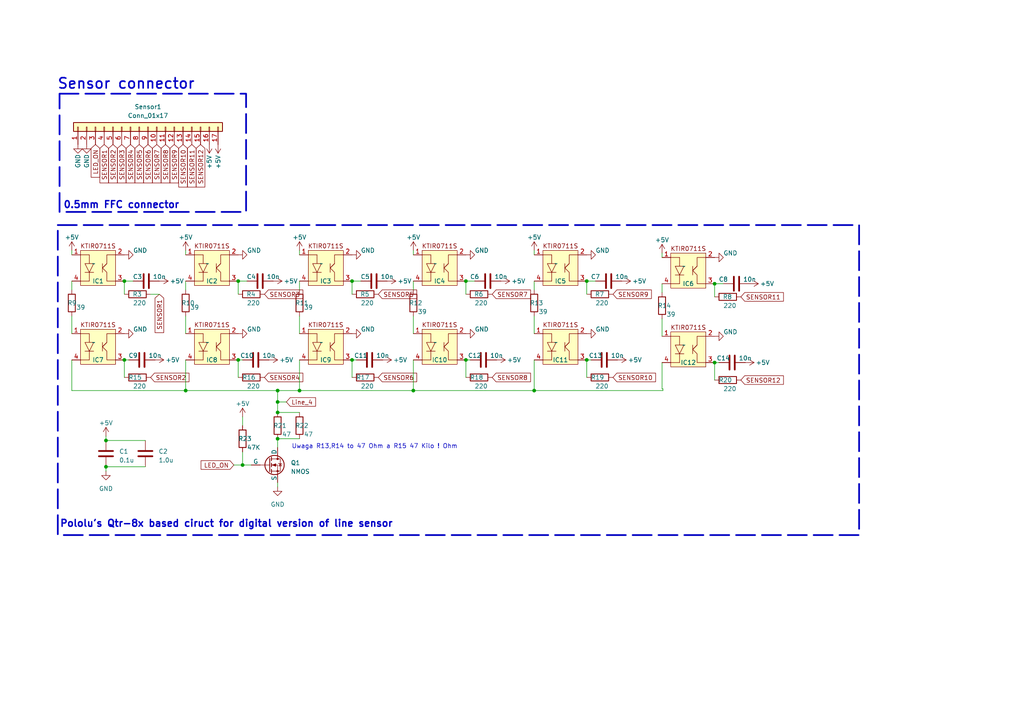
<source format=kicad_sch>
(kicad_sch (version 20231120) (generator "eeschema") (generator_version "8.0")
  (paper "A4")
  (lib_symbols
    (symbol "Connector_Generic:Conn_01x17" (pin_names (offset 1.016) hide)
      (property "Reference" "J" (at 0 22.86 0))
      (property "Value" "Conn_01x17" (at 0 -22.86 0))
      (symbol "Conn_01x17_1_1"
        (rectangle (start -1.27 -20.193) (end 0 -20.447) (stroke (width 0.1524)))
        (rectangle (start -1.27 -17.653) (end 0 -17.907) (stroke (width 0.1524)))
        (rectangle (start -1.27 -15.113) (end 0 -15.367) (stroke (width 0.1524)))
        (rectangle (start -1.27 -12.573) (end 0 -12.827) (stroke (width 0.1524)))
        (rectangle (start -1.27 -10.033) (end 0 -10.287) (stroke (width 0.1524)))
        (rectangle (start -1.27 -7.493) (end 0 -7.747) (stroke (width 0.1524)))
        (rectangle (start -1.27 -4.953) (end 0 -5.207) (stroke (width 0.1524)))
        (rectangle (start -1.27 -2.413) (end 0 -2.667) (stroke (width 0.1524)))
        (rectangle (start -1.27 0.127) (end 0 -0.127) (stroke (width 0.1524)))
        (rectangle (start -1.27 2.667) (end 0 2.413) (stroke (width 0.1524)))
        (rectangle (start -1.27 5.207) (end 0 4.953) (stroke (width 0.1524)))
        (rectangle (start -1.27 7.747) (end 0 7.493) (stroke (width 0.1524)))
        (rectangle (start -1.27 10.287) (end 0 10.033) (stroke (width 0.1524)))
        (rectangle (start -1.27 12.827) (end 0 12.573) (stroke (width 0.1524)))
        (rectangle (start -1.27 15.367) (end 0 15.113) (stroke (width 0.1524)))
        (rectangle (start -1.27 17.907) (end 0 17.653) (stroke (width 0.1524)))
        (rectangle (start -1.27 20.447) (end 0 20.193) (stroke (width 0.1524)))
        (rectangle (start -1.27 21.59) (end 1.27 -21.59) (stroke (width 0.254)) (fill (type background)))
        (pin passive line (at -5.08 20.32 0) (length 3.81) (name "Pin_1") (number "1"))
        (pin passive line (at -5.08 -2.54 0) (length 3.81) (name "Pin_10") (number "10"))
        (pin passive line (at -5.08 -5.08 0) (length 3.81) (name "Pin_11") (number "11"))
        (pin passive line (at -5.08 -7.62 0) (length 3.81) (name "Pin_12") (number "12"))
        (pin passive line (at -5.08 -10.16 0) (length 3.81) (name "Pin_13") (number "13"))
        (pin passive line (at -5.08 -12.7 0) (length 3.81) (name "Pin_14") (number "14"))
        (pin passive line (at -5.08 -15.24 0) (length 3.81) (name "Pin_15") (number "15"))
        (pin passive line (at -5.08 -17.78 0) (length 3.81) (name "Pin_16") (number "16"))
        (pin passive line (at -5.08 -20.32 0) (length 3.81) (name "Pin_17") (number "17"))
        (pin passive line (at -5.08 17.78 0) (length 3.81) (name "Pin_2") (number "2"))
        (pin passive line (at -5.08 15.24 0) (length 3.81) (name "Pin_3") (number "3"))
        (pin passive line (at -5.08 12.7 0) (length 3.81) (name "Pin_4") (number "4"))
        (pin passive line (at -5.08 10.16 0) (length 3.81) (name "Pin_5") (number "5"))
        (pin passive line (at -5.08 7.62 0) (length 3.81) (name "Pin_6") (number "6"))
        (pin passive line (at -5.08 5.08 0) (length 3.81) (name "Pin_7") (number "7"))
        (pin passive line (at -5.08 2.54 0) (length 3.81) (name "Pin_8") (number "8"))
        (pin passive line (at -5.08 0 0) (length 3.81) (name "Pin_9") (number "9"))
      )
    )
    (symbol "Device:C" (pin_numbers hide) (pin_names (offset 0.254))
      (property "Reference" "C" (at 0.635 2.54 0))
      (property "Value" "C" (at 0.635 -2.54 0))
      (symbol "C_0_1"
        (polyline (pts (xy -2.032 -0.762) (xy 2.032 -0.762)) (stroke (width 0.508)))
        (polyline (pts (xy -2.032 0.762) (xy 2.032 0.762)) (stroke (width 0.508)))
      )
      (symbol "C_1_1"
        (pin passive line (at 0 3.81 270) (length 2.794) (name "~") (number "1"))
        (pin passive line (at 0 -3.81 90) (length 2.794) (name "~") (number "2"))
      )
    )
    (symbol "Device:R" (pin_numbers hide) (pin_names (offset 0))
      (property "Reference" "R" (at 2.032 0 90))
      (property "Value" "R" (at 0 0 90))
      (symbol "R_0_1"
        (rectangle (start -1.016 -2.54) (end 1.016 2.54) (stroke (width 0.254)))
      )
      (symbol "R_1_1"
        (pin passive line (at 0 3.81 270) (length 1.27) (name "~") (number "1"))
        (pin passive line (at 0 -3.81 90) (length 1.27) (name "~") (number "2"))
      )
    )
    (symbol "Sensor_KTIR0711S:KTIR0711S"
      (property "Reference" "IC" (at 1.27 2.54 0))
      (symbol "KTIR0711S_1_1"
        (rectangle (start -3.81 3.81) (end 6.35 -6.35) (fill (type background)))
        (polyline (pts (xy -3.81 -5.08) (xy -1.27 -5.08)))
        (polyline (pts (xy -3.81 2.54) (xy -1.27 2.54)))
        (polyline (pts (xy 2.54 -1.27) (xy 2.54 0) (xy 2.54 -2.54) (xy 2.54 -1.27) (xy 3.81 0)))
        (polyline (pts (xy 6.35 -5.08) (xy 3.81 -5.08) (xy 3.81 -2.54) (xy 2.54 -1.27) (xy 3.81 0) (xy 3.81 2.54) (xy 6.35 2.54)))
        (polyline (pts (xy -1.27 2.54) (xy -1.27 0) (xy -2.54 0) (xy 0 0) (xy -1.27 -2.54) (xy -2.54 0) (xy -1.27 -2.54) (xy -2.54 -2.54) (xy 0 -2.54) (xy -1.27 -2.54) (xy -1.27 -5.08)))
        (text "KTIR0711S" (at 1.27 5.08 0) (effects (font (size 1.27 1.27))))
        (pin input line (at -6.35 2.54 0) (length 2.54) (name "") (number "1"))
        (pin input line (at 8.89 2.54 180) (length 2.54) (name "") (number "2"))
        (pin input line (at 8.89 -5.08 180) (length 2.54) (name "") (number "3"))
        (pin input line (at -6.35 -5.08 0) (length 2.54) (name "") (number "4"))
      )
    )
    (symbol "Simulation_SPICE:NMOS" (pin_numbers hide) (pin_names (offset 0))
      (property "Reference" "Q" (at 5.08 1.27 0))
      (property "Value" "NMOS" (at 5.08 -1.27 0))
      (symbol "NMOS_0_1"
        (polyline (pts (xy 0.254 0) (xy -2.54 0)))
        (polyline (pts (xy 0.254 1.905) (xy 0.254 -1.905)) (stroke (width 0.254)))
        (polyline (pts (xy 0.762 -1.27) (xy 0.762 -2.286)) (stroke (width 0.254)))
        (polyline (pts (xy 0.762 0.508) (xy 0.762 -0.508)) (stroke (width 0.254)))
        (polyline (pts (xy 0.762 2.286) (xy 0.762 1.27)) (stroke (width 0.254)))
        (polyline (pts (xy 2.54 2.54) (xy 2.54 1.778)))
        (polyline (pts (xy 2.54 -2.54) (xy 2.54 0) (xy 0.762 0)))
        (polyline (pts (xy 0.762 -1.778) (xy 3.302 -1.778) (xy 3.302 1.778) (xy 0.762 1.778)))
        (polyline (pts (xy 1.016 0) (xy 2.032 0.381) (xy 2.032 -0.381) (xy 1.016 0)) (fill (type outline)))
        (polyline (pts (xy 2.794 0.508) (xy 2.921 0.381) (xy 3.683 0.381) (xy 3.81 0.254)))
        (polyline (pts (xy 3.302 0.381) (xy 2.921 -0.254) (xy 3.683 -0.254) (xy 3.302 0.381)))
        (circle (center 1.651 0) (radius 2.794) (stroke (width 0.254)))
        (circle (center 2.54 -1.778) (radius 0.254) (fill (type outline)))
        (circle (center 2.54 1.778) (radius 0.254) (fill (type outline)))
      )
      (symbol "NMOS_1_1"
        (pin passive line (at 2.54 5.08 270) (length 2.54) (name "D") (number "1"))
        (pin input line (at -5.08 0 0) (length 2.54) (name "G") (number "2"))
        (pin passive line (at 2.54 -5.08 90) (length 2.54) (name "S") (number "3"))
      )
    )
    (symbol "power:+5V" (power) (pin_names (offset 0))
      (property "Value" "+5V" (at 0 3.556 0))
      (symbol "+5V_0_1"
        (polyline (pts (xy -0.762 1.27) (xy 0 2.54)))
        (polyline (pts (xy 0 0) (xy 0 2.54)))
        (polyline (pts (xy 0 2.54) (xy 0.762 1.27)))
      )
      (symbol "+5V_1_1"
        (pin power_in line (at 0 0 90) (length 0) hide (name "+5V") (number "1"))
      )
    )
    (symbol "power:GND" (power) (pin_names (offset 0))
      (property "Value" "GND" (at 0 -3.81 0))
      (symbol "GND_0_1"
        (polyline (pts (xy 0 0) (xy 0 -1.27) (xy 1.27 -1.27) (xy 0 -2.54) (xy -1.27 -1.27) (xy 0 -1.27)))
      )
      (symbol "GND_1_1"
        (pin power_in line (at 0 0 270) (length 0) hide (name "GND") (number "1"))
      )
    )
  )
  (junction (at 135.128 81.534))
  (junction (at 170.18 81.534))
  (junction (at 135.128 104.394))
  (junction (at 80.518 113.284))
  (junction (at 80.518 119.634))
  (junction (at 119.888 113.284))
  (junction (at 154.94 113.284))
  (junction (at 207.264 105.156))
  (junction (at 102.108 104.394))
  (junction (at 170.18 104.394))
  (junction (at 69.088 104.394))
  (junction (at 36.068 104.394))
  (junction (at 53.848 113.284))
  (junction (at 80.518 116.586))
  (junction (at 207.264 82.296))
  (junction (at 30.734 127.762))
  (junction (at 86.868 113.284))
  (junction (at 80.518 127.254))
  (junction (at 70.358 134.874))
  (junction (at 30.734 135.382))
  (junction (at 69.088 81.534))
  (junction (at 36.068 81.534))
  (junction (at 102.108 81.534))
  (wire (pts (xy 20.828 104.394) (xy 20.828 113.284)))
  (wire (pts (xy 86.868 91.694) (xy 86.868 96.774)))
  (wire (pts (xy 119.888 72.644) (xy 119.888 73.914)))
  (wire (pts (xy 80.518 127.254) (xy 80.518 129.794)))
  (wire (pts (xy 37.338 104.394) (xy 36.068 104.394)))
  (wire (pts (xy 102.108 109.474) (xy 102.108 104.394)))
  (wire (pts (xy 53.848 81.534) (xy 53.848 84.074)))
  (wire (pts (xy 53.848 72.644) (xy 53.848 73.914)))
  (wire (pts (xy 30.734 135.382) (xy 30.734 136.652)))
  (wire (pts (xy 30.734 127.762) (xy 42.164 127.762)))
  (wire (pts (xy 208.534 105.156) (xy 207.264 105.156)))
  (wire (pts (xy 53.848 91.694) (xy 53.848 96.774)))
  (wire (pts (xy 154.94 91.694) (xy 154.94 96.774)))
  (wire (pts (xy 20.828 91.694) (xy 20.828 96.774)))
  (wire (pts (xy 70.358 104.394) (xy 69.088 104.394)))
  (wire (pts (xy 20.828 72.644) (xy 20.828 73.914)))
  (wire (pts (xy 170.18 81.534) (xy 172.72 81.534)))
  (wire (pts (xy 119.888 81.534) (xy 119.888 84.074)))
  (wire (pts (xy 53.848 113.284) (xy 80.518 113.284)))
  (wire (pts (xy 70.358 131.064) (xy 70.358 134.874)))
  (wire (pts (xy 80.518 141.224) (xy 80.518 139.954)))
  (wire (pts (xy 80.518 127.254) (xy 86.868 127.254)))
  (wire (pts (xy 80.518 113.284) (xy 80.518 116.586)))
  (wire (pts (xy 36.068 109.474) (xy 36.068 104.394)))
  (wire (pts (xy 192.278 112.776) (xy 192.024 112.776)))
  (wire (pts (xy 80.518 119.634) (xy 86.868 119.634)))
  (wire (pts (xy 86.868 81.534) (xy 86.868 84.074)))
  (wire (pts (xy 80.518 116.586) (xy 80.518 119.634)))
  (wire (pts (xy 154.94 72.644) (xy 154.94 73.914)))
  (wire (pts (xy 154.94 104.394) (xy 154.94 113.284)))
  (wire (pts (xy 135.128 81.534) (xy 137.668 81.534)))
  (wire (pts (xy 20.828 113.284) (xy 53.848 113.284)))
  (wire (pts (xy 86.868 113.284) (xy 80.518 113.284)))
  (wire (pts (xy 192.024 105.156) (xy 192.024 112.776)))
  (wire (pts (xy 119.888 113.284) (xy 154.94 113.284)))
  (wire (pts (xy 69.088 81.534) (xy 71.628 81.534)))
  (wire (pts (xy 30.734 135.382) (xy 42.164 135.382)))
  (wire (pts (xy 135.128 109.474) (xy 135.128 104.394)))
  (wire (pts (xy 86.868 72.644) (xy 86.868 73.914)))
  (wire (pts (xy 53.848 104.394) (xy 53.848 113.284)))
  (wire (pts (xy 135.128 85.344) (xy 135.128 81.534)))
  (wire (pts (xy 69.088 85.344) (xy 69.088 81.534)))
  (wire (pts (xy 119.888 113.284) (xy 86.868 113.284)))
  (wire (pts (xy 102.108 81.534) (xy 104.648 81.534)))
  (wire (pts (xy 67.818 134.874) (xy 70.358 134.874)))
  (wire (pts (xy 154.94 113.284) (xy 192.278 113.284)))
  (wire (pts (xy 103.378 104.394) (xy 102.108 104.394)))
  (wire (pts (xy 30.734 126.492) (xy 30.734 127.762)))
  (wire (pts (xy 192.024 82.296) (xy 192.024 84.836)))
  (wire (pts (xy 170.18 85.344) (xy 170.18 81.534)))
  (wire (pts (xy 171.45 104.394) (xy 170.18 104.394)))
  (wire (pts (xy 83.058 116.586) (xy 80.518 116.586)))
  (wire (pts (xy 154.94 81.534) (xy 154.94 84.074)))
  (wire (pts (xy 36.068 81.534) (xy 38.608 81.534)))
  (wire (pts (xy 102.108 85.344) (xy 102.108 81.534)))
  (wire (pts (xy 119.888 104.394) (xy 119.888 113.284)))
  (wire (pts (xy 46.228 85.344) (xy 43.688 85.344)))
  (wire (pts (xy 136.398 104.394) (xy 135.128 104.394)))
  (wire (pts (xy 70.358 120.904) (xy 70.358 123.444)))
  (wire (pts (xy 192.024 92.456) (xy 192.024 97.536)))
  (wire (pts (xy 192.278 112.776) (xy 192.278 113.284)))
  (wire (pts (xy 207.264 82.296) (xy 209.804 82.296)))
  (wire (pts (xy 207.264 86.106) (xy 207.264 82.296)))
  (wire (pts (xy 20.828 81.534) (xy 20.828 84.074)))
  (wire (pts (xy 170.18 109.474) (xy 170.18 104.394)))
  (wire (pts (xy 69.088 109.474) (xy 69.088 104.394)))
  (wire (pts (xy 192.024 73.406) (xy 192.024 74.676)))
  (wire (pts (xy 207.264 110.236) (xy 207.264 105.156)))
  (wire (pts (xy 70.358 134.874) (xy 72.898 134.874)))
  (wire (pts (xy 86.868 104.394) (xy 86.868 113.284)))
  (wire (pts (xy 36.068 85.344) (xy 36.068 81.534)))
  (wire (pts (xy 119.888 91.694) (xy 119.888 96.774)))
  (rectangle (start 16.764 65.278) (end 249.174 155.194) (stroke (width 0.5) (type dash)))
  (rectangle (start 17.272 27.178) (end 71.374 61.468) (stroke (width 0.5) (type dash)))
  (text "Uwaga R13,R14 to 47 Ohm a R15 47 Kilo ! Ohm" (at 84.582 130.302 0) (effects (font (size 1.27 1.27)) (justify left bottom)))
  (text "Pololu's Qtr-8x based ciruct for digital version of line sensor" (at 17.272 153.162 0) (effects (font (size 2 2) (thickness 0.4) (bold yes)) (justify left bottom)))
  (text "0.5mm FFC connector\n" (at 18.288 60.706 0) (effects (font (size 2 2) (thickness 0.4) (bold yes)) (justify left bottom)))
  (text "Sensor connector" (at 16.51 26.162 0) (effects (font (size 3 3) (thickness 0.454) (bold yes)) (justify left bottom)))
  (global_label "SENSOR12" (shape input) (at 58.166 41.91 270) (property "Intersheetrefs" "${INTERSHEET_REFS}" (effects (hide yes))))
  (global_label "SENSOR6" (shape input) (at 42.926 41.91 270) (property "Intersheetrefs" "${INTERSHEET_REFS}" (effects (hide yes))))
  (global_label "SENSOR7" (shape input) (at 142.748 85.344 0) (property "Intersheetrefs" "${INTERSHEET_REFS}" (effects (hide yes))))
  (global_label "SENSOR9" (shape input) (at 50.546 41.91 270) (property "Intersheetrefs" "${INTERSHEET_REFS}" (effects (hide yes))))
  (global_label "SENSOR8" (shape input) (at 142.748 109.474 0) (property "Intersheetrefs" "${INTERSHEET_REFS}" (effects (hide yes))))
  (global_label "SENSOR2" (shape input) (at 43.688 109.474 0) (property "Intersheetrefs" "${INTERSHEET_REFS}" (effects (hide yes))))
  (global_label "SENSOR10" (shape input) (at 53.086 41.91 270) (property "Intersheetrefs" "${INTERSHEET_REFS}" (effects (hide yes))))
  (global_label "SENSOR3" (shape input) (at 76.708 85.344 0) (property "Intersheetrefs" "${INTERSHEET_REFS}" (effects (hide yes))))
  (global_label "SENSOR6" (shape input) (at 109.728 109.474 0) (property "Intersheetrefs" "${INTERSHEET_REFS}" (effects (hide yes))))
  (global_label "SENSOR2" (shape input) (at 32.766 41.91 270) (property "Intersheetrefs" "${INTERSHEET_REFS}" (effects (hide yes))))
  (global_label "Line_4" (shape input) (at 83.058 116.586 0) (property "Intersheetrefs" "${INTERSHEET_REFS}" (effects (hide yes))))
  (global_label "LED_ON" (shape input) (at 27.686 41.91 270) (property "Intersheetrefs" "${INTERSHEET_REFS}" (effects (hide yes))))
  (global_label "SENSOR11" (shape input) (at 214.884 86.106 0) (property "Intersheetrefs" "${INTERSHEET_REFS}" (effects (hide yes))))
  (global_label "SENSOR5" (shape input) (at 109.728 85.344 0) (property "Intersheetrefs" "${INTERSHEET_REFS}" (effects (hide yes))))
  (global_label "SENSOR12" (shape input) (at 214.884 110.236 0) (property "Intersheetrefs" "${INTERSHEET_REFS}" (effects (hide yes))))
  (global_label "SENSOR5" (shape input) (at 40.386 41.91 270) (property "Intersheetrefs" "${INTERSHEET_REFS}" (effects (hide yes))))
  (global_label "SENSOR4" (shape input) (at 37.846 41.91 270) (property "Intersheetrefs" "${INTERSHEET_REFS}" (effects (hide yes))))
  (global_label "SENSOR3" (shape input) (at 35.306 41.91 270) (property "Intersheetrefs" "${INTERSHEET_REFS}" (effects (hide yes))))
  (global_label "SENSOR1" (shape input) (at 46.228 85.344 270) (property "Intersheetrefs" "${INTERSHEET_REFS}" (effects (hide yes))))
  (global_label "SENSOR7" (shape input) (at 45.466 41.91 270) (property "Intersheetrefs" "${INTERSHEET_REFS}" (effects (hide yes))))
  (global_label "SENSOR10" (shape input) (at 177.8 109.474 0) (property "Intersheetrefs" "${INTERSHEET_REFS}" (effects (hide yes))))
  (global_label "SENSOR1" (shape input) (at 30.226 41.91 270) (property "Intersheetrefs" "${INTERSHEET_REFS}" (effects (hide yes))))
  (global_label "SENSOR8" (shape input) (at 48.006 41.91 270) (property "Intersheetrefs" "${INTERSHEET_REFS}" (effects (hide yes))))
  (global_label "LED_ON" (shape input) (at 67.818 134.874 180) (property "Intersheetrefs" "${INTERSHEET_REFS}" (effects (hide yes))))
  (global_label "SENSOR4" (shape input) (at 76.708 109.474 0) (property "Intersheetrefs" "${INTERSHEET_REFS}" (effects (hide yes))))
  (global_label "SENSOR9" (shape input) (at 177.8 85.344 0) (property "Intersheetrefs" "${INTERSHEET_REFS}" (effects (hide yes))))
  (global_label "SENSOR11" (shape input) (at 55.626 41.91 270) (property "Intersheetrefs" "${INTERSHEET_REFS}" (effects (hide yes))))
  (symbol (lib_id "power:+5V") (at 77.978 104.394 270) (unit 1)
    (property "Reference" "#PWR030" (effects (hide yes)))
    (property "Value" "+5V" (at 83.058 104.394 90))
  )
  (symbol (lib_id "Sensor_KTIR0711S:KTIR0711S") (at 27.178 76.454 0) (unit 1)
    (property "Reference" "IC1" (at 28.448 81.534 0))
    (property "Value" "~" (at 27.178 76.454 0))
    (property "Footprint" "Sensor_Optical:KTIR0711S" (effects (hide yes)))
  )
  (symbol (lib_id "power:+5V") (at 110.998 104.394 270) (unit 1)
    (property "Reference" "#PWR031" (effects (hide yes)))
    (property "Value" "+5V" (at 116.078 104.394 90))
  )
  (symbol (lib_id "power:GND") (at 22.606 41.91 0) (unit 1)
    (property "Reference" "#PWR040" (effects (hide yes)))
    (property "Value" "GND" (at 22.606 46.736 90))
  )
  (symbol (lib_id "power:GND") (at 80.518 141.224 0) (unit 1)
    (property "Reference" "#PWR036" (effects (hide yes)))
    (property "Value" "GND" (at 80.518 146.304 0))
  )
  (symbol (lib_id "Device:R") (at 173.99 85.344 90) (unit 1)
    (property "Reference" "R7" (at 175.26 85.344 90) (effects (justify left)))
    (property "Value" "220" (at 176.53 87.884 90) (effects (justify left)))
    (property "Footprint" "Resistor_SMD:R_0603_1608Metric" (effects (hide yes)))
  )
  (symbol (lib_id "power:GND") (at 170.18 73.914 90) (unit 1)
    (property "Reference" "#PWR015" (effects (hide yes)))
    (property "Value" "GND" (at 172.72 72.644 90) (effects (justify right)))
  )
  (symbol (lib_id "Device:R") (at 80.518 123.444 0) (unit 1)
    (property "Reference" "R21" (at 79.248 123.444 0) (effects (justify left)))
    (property "Value" "47" (at 81.788 125.984 0) (effects (justify left)))
    (property "Footprint" "Resistor_SMD:R_0603_1608Metric" (effects (hide yes)))
  )
  (symbol (lib_id "power:GND") (at 69.088 73.914 90) (unit 1)
    (property "Reference" "#PWR012" (effects (hide yes)))
    (property "Value" "GND" (at 71.628 72.644 90) (effects (justify right)))
  )
  (symbol (lib_id "Device:C") (at 30.734 131.572 0) (unit 1)
    (property "Reference" "C1" (at 34.544 130.937 0) (effects (justify left)))
    (property "Value" "0.1u" (at 34.544 133.477 0) (effects (justify left)))
    (property "Footprint" "Capacitor_SMD:C_0603_1608Metric" (effects (hide yes)))
  )
  (symbol (lib_id "Device:R") (at 70.358 127.254 0) (unit 1)
    (property "Reference" "R23" (at 69.088 127.254 0) (effects (justify left)))
    (property "Value" "47K" (at 71.628 129.794 0) (effects (justify left)))
    (property "Footprint" "Resistor_SMD:R_0603_1608Metric" (effects (hide yes)))
  )
  (symbol (lib_id "power:GND") (at 36.068 73.914 90) (unit 1)
    (property "Reference" "#PWR011" (effects (hide yes)))
    (property "Value" "GND" (at 38.608 72.644 90) (effects (justify right)))
  )
  (symbol (lib_id "Sensor_KTIR0711S:KTIR0711S") (at 93.218 99.314 0) (unit 1)
    (property "Reference" "IC9" (at 94.488 104.394 0))
    (property "Value" "~" (at 93.218 99.314 0))
    (property "Footprint" "Sensor_Optical:KTIR0711S" (effects (hide yes)))
  )
  (symbol (lib_id "Device:C") (at 41.148 104.394 90) (unit 1)
    (property "Reference" "C9" (at 38.608 103.124 90))
    (property "Value" "10n" (at 44.958 103.124 90))
    (property "Footprint" "Capacitor_SMD:C_0603_1608Metric" (effects (hide yes)))
  )
  (symbol (lib_id "Device:C") (at 212.344 105.156 90) (unit 1)
    (property "Reference" "C14" (at 209.804 103.886 90))
    (property "Value" "10n" (at 216.154 103.886 90))
    (property "Footprint" "Capacitor_SMD:C_0603_1608Metric" (effects (hide yes)))
  )
  (symbol (lib_id "power:+5V") (at 53.848 72.644 0) (unit 1)
    (property "Reference" "#PWR06" (effects (hide yes)))
    (property "Value" "+5V" (at 53.848 68.834 0))
  )
  (symbol (lib_id "Device:C") (at 175.26 104.394 90) (unit 1)
    (property "Reference" "C13" (at 172.72 103.124 90))
    (property "Value" "10n" (at 179.07 103.124 90))
    (property "Footprint" "Capacitor_SMD:C_0603_1608Metric" (effects (hide yes)))
  )
  (symbol (lib_id "power:GND") (at 135.128 96.774 90) (unit 1)
    (property "Reference" "#PWR026" (effects (hide yes)))
    (property "Value" "GND" (at 137.668 95.504 90) (effects (justify right)))
  )
  (symbol (lib_id "Device:R") (at 138.938 85.344 90) (unit 1)
    (property "Reference" "R6" (at 140.208 85.344 90) (effects (justify left)))
    (property "Value" "220" (at 141.478 87.884 90) (effects (justify left)))
    (property "Footprint" "Resistor_SMD:R_0603_1608Metric" (effects (hide yes)))
  )
  (symbol (lib_id "power:GND") (at 25.146 41.91 0) (unit 1)
    (property "Reference" "#PWR039" (effects (hide yes)))
    (property "Value" "GND" (at 25.146 46.736 90))
  )
  (symbol (lib_id "Sensor_KTIR0711S:KTIR0711S") (at 27.178 99.314 0) (unit 1)
    (property "Reference" "IC7" (at 28.448 104.394 0))
    (property "Value" "~" (at 27.178 99.314 0))
    (property "Footprint" "Sensor_Optical:KTIR0711S" (effects (hide yes)))
  )
  (symbol (lib_id "Sensor_KTIR0711S:KTIR0711S") (at 198.374 100.076 0) (unit 1)
    (property "Reference" "IC12" (at 199.644 105.156 0))
    (property "Value" "~" (at 198.374 100.076 0))
    (property "Footprint" "Sensor_Optical:KTIR0711S" (effects (hide yes)))
  )
  (symbol (lib_id "Device:C") (at 42.418 81.534 90) (unit 1)
    (property "Reference" "C3" (at 39.878 80.264 90))
    (property "Value" "10n" (at 46.228 80.264 90))
    (property "Footprint" "Capacitor_SMD:C_0603_1608Metric" (effects (hide yes)))
  )
  (symbol (lib_id "power:+5V") (at 86.868 72.644 0) (unit 1)
    (property "Reference" "#PWR07" (effects (hide yes)))
    (property "Value" "+5V" (at 86.868 68.834 0))
  )
  (symbol (lib_id "Connector_Generic:Conn_01x17") (at 42.926 36.83 90) (unit 1)
    (property "Reference" "Sensor1" (at 42.926 30.988 90))
    (property "Value" "Conn_01x17" (at 42.926 33.528 90))
    (property "Footprint" "Connector_FFC-FPC:Hirose_FH12-17S-0.5SH_1x17-1MP_P0.50mm_Horizontal" (effects (hide yes)))
    (property "Description" "Generic connector, single row, 01x17, script generated (kicad-library-utils/schlib/autogen/connector/)" (effects (hide yes)))
  )
  (symbol (lib_id "power:+5V") (at 44.958 104.394 270) (unit 1)
    (property "Reference" "#PWR029" (effects (hide yes)))
    (property "Value" "+5V" (at 50.038 104.394 90))
  )
  (symbol (lib_id "power:GND") (at 207.264 97.536 90) (unit 1)
    (property "Reference" "#PWR028" (effects (hide yes)))
    (property "Value" "GND" (at 209.804 96.266 90) (effects (justify right)))
  )
  (symbol (lib_id "power:+5V") (at 79.248 81.534 270) (unit 1)
    (property "Reference" "#PWR018" (effects (hide yes)))
    (property "Value" "+5V" (at 84.328 81.534 90))
  )
  (symbol (lib_id "power:+5V") (at 145.288 81.534 270) (unit 1)
    (property "Reference" "#PWR020" (effects (hide yes)))
    (property "Value" "+5V" (at 150.368 81.534 90))
  )
  (symbol (lib_id "power:+5V") (at 112.268 81.534 270) (unit 1)
    (property "Reference" "#PWR019" (effects (hide yes)))
    (property "Value" "+5V" (at 117.348 81.534 90))
  )
  (symbol (lib_id "power:+5V") (at 179.07 104.394 270) (unit 1)
    (property "Reference" "#PWR033" (effects (hide yes)))
    (property "Value" "+5V" (at 184.15 104.394 90))
  )
  (symbol (lib_id "power:+5V") (at 30.734 126.492 0) (unit 1)
    (property "Reference" "#PWR01" (effects (hide yes)))
    (property "Value" "+5V" (at 30.734 122.682 0))
  )
  (symbol (lib_id "Device:R") (at 211.074 110.236 90) (unit 1)
    (property "Reference" "R20" (at 212.344 110.236 90) (effects (justify left)))
    (property "Value" "220" (at 213.614 112.776 90) (effects (justify left)))
    (property "Footprint" "Resistor_SMD:R_0603_1608Metric" (effects (hide yes)))
  )
  (symbol (lib_id "Device:R") (at 20.828 87.884 0) (unit 1)
    (property "Reference" "R9" (at 19.558 87.884 0) (effects (justify left)))
    (property "Value" "39" (at 22.098 89.154 0) (effects (justify left)))
    (property "Footprint" "Resistor_SMD:R_0603_1608Metric" (effects (hide yes)))
  )
  (symbol (lib_id "Simulation_SPICE:NMOS") (at 77.978 134.874 0) (unit 1)
    (property "Reference" "Q1" (at 84.328 134.239 0) (effects (justify left)))
    (property "Value" "NMOS" (at 84.328 136.779 0) (effects (justify left)))
    (property "Footprint" "NMOS_new:NMOS_SN" (effects (hide yes)))
    (property "Datasheet" "https://ngspice.sourceforge.io/docs/ngspice-manual.pdf" (effects (hide yes)))
    (property "Sim.Device" "NMOS" (effects (hide yes)))
    (property "Sim.Type" "VDMOS" (effects (hide yes)))
    (property "Sim.Pins" "1=G 2=S 3=D" (effects (hide yes)))
  )
  (symbol (lib_id "Device:R") (at 154.94 87.884 0) (unit 1)
    (property "Reference" "R13" (at 153.67 87.884 0) (effects (justify left)))
    (property "Value" "39" (at 156.21 90.424 0) (effects (justify left)))
    (property "Footprint" "Resistor_SMD:R_0603_1608Metric" (effects (hide yes)))
  )
  (symbol (lib_id "power:GND") (at 30.734 136.652 0) (unit 1)
    (property "Reference" "#PWR02" (effects (hide yes)))
    (property "Value" "GND" (at 30.734 141.732 0))
  )
  (symbol (lib_id "Device:C") (at 75.438 81.534 90) (unit 1)
    (property "Reference" "C4" (at 72.898 80.264 90))
    (property "Value" "10n" (at 79.248 80.264 90))
    (property "Footprint" "Capacitor_SMD:C_0603_1608Metric" (effects (hide yes)))
  )
  (symbol (lib_id "Device:R") (at 105.918 109.474 90) (unit 1)
    (property "Reference" "R17" (at 107.188 109.474 90) (effects (justify left)))
    (property "Value" "220" (at 108.458 112.014 90) (effects (justify left)))
    (property "Footprint" "Resistor_SMD:R_0603_1608Metric" (effects (hide yes)))
  )
  (symbol (lib_id "Device:R") (at 72.898 109.474 90) (unit 1)
    (property "Reference" "R16" (at 74.168 109.474 90) (effects (justify left)))
    (property "Value" "220" (at 75.438 112.014 90) (effects (justify left)))
    (property "Footprint" "Resistor_SMD:R_0603_1608Metric" (effects (hide yes)))
  )
  (symbol (lib_id "power:+5V") (at 63.246 41.91 180) (unit 1)
    (property "Reference" "#PWR037" (effects (hide yes)))
    (property "Value" "+5V" (at 63.246 44.958 90) (effects (justify left)))
  )
  (symbol (lib_id "Device:C") (at 141.478 81.534 90) (unit 1)
    (property "Reference" "C6" (at 137.668 80.264 90))
    (property "Value" "10n" (at 145.288 80.264 90))
    (property "Footprint" "Capacitor_SMD:C_0603_1608Metric" (effects (hide yes)))
  )
  (symbol (lib_id "Device:R") (at 173.99 109.474 90) (unit 1)
    (property "Reference" "R19" (at 175.26 109.474 90) (effects (justify left)))
    (property "Value" "220" (at 176.53 112.014 90) (effects (justify left)))
    (property "Footprint" "Resistor_SMD:R_0603_1608Metric" (effects (hide yes)))
  )
  (symbol (lib_id "power:GND") (at 102.108 96.774 90) (unit 1)
    (property "Reference" "#PWR025" (effects (hide yes)))
    (property "Value" "GND" (at 104.648 95.504 90) (effects (justify right)))
  )
  (symbol (lib_id "Device:R") (at 192.024 88.646 0) (unit 1)
    (property "Reference" "R14" (at 190.754 88.646 0) (effects (justify left)))
    (property "Value" "39" (at 193.294 91.186 0) (effects (justify left)))
    (property "Footprint" "Resistor_SMD:R_0603_1608Metric" (effects (hide yes)))
  )
  (symbol (lib_id "Sensor_KTIR0711S:KTIR0711S") (at 60.198 99.314 0) (unit 1)
    (property "Reference" "IC8" (at 61.468 104.394 0))
    (property "Value" "~" (at 60.198 99.314 0))
    (property "Footprint" "Sensor_Optical:KTIR0711S" (effects (hide yes)))
  )
  (symbol (lib_id "Device:C") (at 74.168 104.394 90) (unit 1)
    (property "Reference" "C10" (at 71.628 103.124 90))
    (property "Value" "10n" (at 77.978 103.124 90))
    (property "Footprint" "Capacitor_SMD:C_0603_1608Metric" (effects (hide yes)))
  )
  (symbol (lib_id "power:GND") (at 170.18 96.774 90) (unit 1)
    (property "Reference" "#PWR027" (effects (hide yes)))
    (property "Value" "GND" (at 172.72 95.504 90) (effects (justify right)))
  )
  (symbol (lib_id "Sensor_KTIR0711S:KTIR0711S") (at 93.218 76.454 0) (unit 1)
    (property "Reference" "IC3" (at 94.488 81.534 0))
    (property "Value" "~" (at 93.218 76.454 0))
    (property "Footprint" "Sensor_Optical:KTIR0711S" (effects (hide yes)))
  )
  (symbol (lib_id "Sensor_KTIR0711S:KTIR0711S") (at 60.198 76.454 0) (unit 1)
    (property "Reference" "IC2" (at 61.468 81.534 0))
    (property "Value" "~" (at 60.198 76.454 0))
    (property "Footprint" "Sensor_Optical:KTIR0711S" (effects (hide yes)))
  )
  (symbol (lib_id "Sensor_KTIR0711S:KTIR0711S") (at 161.29 76.454 0) (unit 1)
    (property "Reference" "IC5" (at 162.56 81.534 0))
    (property "Value" "~" (at 161.29 76.454 0))
    (property "Footprint" "Sensor_Optical:KTIR0711S" (effects (hide yes)))
  )
  (symbol (lib_id "Device:C") (at 107.188 104.394 90) (unit 1)
    (property "Reference" "C11" (at 104.648 103.124 90))
    (property "Value" "10n" (at 110.998 103.124 90))
    (property "Footprint" "Capacitor_SMD:C_0603_1608Metric" (effects (hide yes)))
  )
  (symbol (lib_id "Device:C") (at 108.458 81.534 90) (unit 1)
    (property "Reference" "C5" (at 105.918 80.264 90))
    (property "Value" "10n" (at 112.268 80.264 90))
    (property "Footprint" "Capacitor_SMD:C_0603_1608Metric" (effects (hide yes)))
  )
  (symbol (lib_id "power:GND") (at 69.088 96.774 90) (unit 1)
    (property "Reference" "#PWR024" (effects (hide yes)))
    (property "Value" "GND" (at 71.628 95.504 90) (effects (justify right)))
  )
  (symbol (lib_id "Device:R") (at 39.878 85.344 90) (unit 1)
    (property "Reference" "R3" (at 41.148 85.344 90) (effects (justify left)))
    (property "Value" "220" (at 42.418 87.884 90) (effects (justify left)))
    (property "Footprint" "Resistor_SMD:R_0603_1608Metric" (effects (hide yes)))
  )
  (symbol (lib_id "Device:R") (at 72.898 85.344 90) (unit 1)
    (property "Reference" "R4" (at 74.168 85.344 90) (effects (justify left)))
    (property "Value" "220" (at 75.438 87.884 90) (effects (justify left)))
    (property "Footprint" "Resistor_SMD:R_0603_1608Metric" (effects (hide yes)))
  )
  (symbol (lib_id "power:+5V") (at 217.424 82.296 270) (unit 1)
    (property "Reference" "#PWR022" (effects (hide yes)))
    (property "Value" "+5V" (at 222.504 82.296 90))
  )
  (symbol (lib_id "Device:R") (at 211.074 86.106 90) (unit 1)
    (property "Reference" "R8" (at 212.344 86.106 90) (effects (justify left)))
    (property "Value" "220" (at 213.614 88.646 90) (effects (justify left)))
    (property "Footprint" "Resistor_SMD:R_0603_1608Metric" (effects (hide yes)))
  )
  (symbol (lib_id "Device:R") (at 105.918 85.344 90) (unit 1)
    (property "Reference" "R5" (at 107.188 85.344 90) (effects (justify left)))
    (property "Value" "220" (at 108.458 87.884 90) (effects (justify left)))
    (property "Footprint" "Resistor_SMD:R_0603_1608Metric" (effects (hide yes)))
  )
  (symbol (lib_id "Device:C") (at 42.164 131.572 0) (unit 1)
    (property "Reference" "C2" (at 45.974 130.937 0) (effects (justify left)))
    (property "Value" "1.0u" (at 45.974 133.477 0) (effects (justify left)))
    (property "Footprint" "Capacitor_SMD:C_0603_1608Metric" (effects (hide yes)))
  )
  (symbol (lib_id "Device:R") (at 39.878 109.474 90) (unit 1)
    (property "Reference" "R15" (at 41.148 109.474 90) (effects (justify left)))
    (property "Value" "220" (at 42.418 112.014 90) (effects (justify left)))
    (property "Footprint" "Resistor_SMD:R_0603_1608Metric" (effects (hide yes)))
  )
  (symbol (lib_id "power:GND") (at 102.108 73.914 90) (unit 1)
    (property "Reference" "#PWR013" (effects (hide yes)))
    (property "Value" "GND" (at 104.648 72.644 90) (effects (justify right)))
  )
  (symbol (lib_id "Device:R") (at 53.848 87.884 0) (unit 1)
    (property "Reference" "R10" (at 52.578 87.884 0) (effects (justify left)))
    (property "Value" "39" (at 55.118 89.154 0) (effects (justify left)))
    (property "Footprint" "Resistor_SMD:R_0603_1608Metric" (effects (hide yes)))
  )
  (symbol (lib_id "power:GND") (at 36.068 96.774 90) (unit 1)
    (property "Reference" "#PWR023" (effects (hide yes)))
    (property "Value" "GND" (at 38.608 95.504 90) (effects (justify right)))
  )
  (symbol (lib_id "Device:R") (at 86.868 87.884 0) (unit 1)
    (property "Reference" "R11" (at 85.598 87.884 0) (effects (justify left)))
    (property "Value" "39" (at 88.138 89.154 0) (effects (justify left)))
    (property "Footprint" "Resistor_SMD:R_0603_1608Metric" (effects (hide yes)))
  )
  (symbol (lib_id "power:+5V") (at 144.018 104.394 270) (unit 1)
    (property "Reference" "#PWR032" (effects (hide yes)))
    (property "Value" "+5V" (at 149.098 104.394 90))
  )
  (symbol (lib_id "Device:R") (at 138.938 109.474 90) (unit 1)
    (property "Reference" "R18" (at 140.208 109.474 90) (effects (justify left)))
    (property "Value" "220" (at 141.478 112.014 90) (effects (justify left)))
    (property "Footprint" "Resistor_SMD:R_0603_1608Metric" (effects (hide yes)))
  )
  (symbol (lib_id "power:+5V") (at 60.706 41.91 180) (unit 1)
    (property "Reference" "#PWR038" (effects (hide yes)))
    (property "Value" "+5V" (at 60.706 44.958 90) (effects (justify left)))
  )
  (symbol (lib_id "Sensor_KTIR0711S:KTIR0711S") (at 126.238 76.454 0) (unit 1)
    (property "Reference" "IC4" (at 127.508 81.534 0))
    (property "Value" "~" (at 126.238 76.454 0))
    (property "Footprint" "Sensor_Optical:KTIR0711S" (effects (hide yes)))
  )
  (symbol (lib_id "Device:R") (at 86.868 123.444 0) (unit 1)
    (property "Reference" "R22" (at 85.598 123.444 0) (effects (justify left)))
    (property "Value" "47" (at 88.138 125.984 0) (effects (justify left)))
    (property "Footprint" "Resistor_SMD:R_0603_1608Metric" (effects (hide yes)))
  )
  (symbol (lib_id "power:+5V") (at 119.888 72.644 0) (unit 1)
    (property "Reference" "#PWR08" (effects (hide yes)))
    (property "Value" "+5V" (at 119.888 68.834 0))
  )
  (symbol (lib_id "power:GND") (at 207.264 74.676 90) (unit 1)
    (property "Reference" "#PWR016" (effects (hide yes)))
    (property "Value" "GND" (at 209.804 73.406 90) (effects (justify right)))
  )
  (symbol (lib_id "power:+5V") (at 154.94 72.644 0) (unit 1)
    (property "Reference" "#PWR09" (effects (hide yes)))
    (property "Value" "+5V" (at 154.94 68.834 0))
  )
  (symbol (lib_id "Sensor_KTIR0711S:KTIR0711S") (at 161.29 99.314 0) (unit 1)
    (property "Reference" "IC11" (at 162.56 104.394 0))
    (property "Value" "~" (at 161.29 99.314 0))
    (property "Footprint" "Sensor_Optical:KTIR0711S" (effects (hide yes)))
  )
  (symbol (lib_id "power:+5V") (at 180.34 81.534 270) (unit 1)
    (property "Reference" "#PWR021" (effects (hide yes)))
    (property "Value" "+5V" (at 185.42 81.534 90))
  )
  (symbol (lib_id "power:+5V") (at 192.024 73.406 0) (unit 1)
    (property "Reference" "#PWR010" (effects (hide yes)))
    (property "Value" "+5V" (at 192.024 69.596 0))
  )
  (symbol (lib_id "power:+5V") (at 46.228 81.534 270) (unit 1)
    (property "Reference" "#PWR017" (effects (hide yes)))
    (property "Value" "+5V" (at 51.308 81.534 90))
  )
  (symbol (lib_id "power:+5V") (at 216.154 105.156 270) (unit 1)
    (property "Reference" "#PWR034" (effects (hide yes)))
    (property "Value" "+5V" (at 221.234 105.156 90))
  )
  (symbol (lib_id "Device:R") (at 119.888 87.884 0) (unit 1)
    (property "Reference" "R12" (at 118.618 87.884 0) (effects (justify left)))
    (property "Value" "39" (at 121.158 90.424 0) (effects (justify left)))
    (property "Footprint" "Resistor_SMD:R_0603_1608Metric" (effects (hide yes)))
  )
  (symbol (lib_id "Sensor_KTIR0711S:KTIR0711S") (at 126.238 99.314 0) (unit 1)
    (property "Reference" "IC10" (at 127.508 104.394 0))
    (property "Value" "~" (at 126.238 99.314 0))
    (property "Footprint" "Sensor_Optical:KTIR0711S" (effects (hide yes)))
  )
  (symbol (lib_id "power:GND") (at 135.128 73.914 90) (unit 1)
    (property "Reference" "#PWR014" (effects (hide yes)))
    (property "Value" "GND" (at 137.668 72.644 90) (effects (justify right)))
  )
  (symbol (lib_id "Device:C") (at 176.53 81.534 90) (unit 1)
    (property "Reference" "C7" (at 172.72 80.264 90))
    (property "Value" "10n" (at 180.34 80.264 90))
    (property "Footprint" "Capacitor_SMD:C_0603_1608Metric" (effects (hide yes)))
  )
  (symbol (lib_id "Device:C") (at 140.208 104.394 90) (unit 1)
    (property "Reference" "C12" (at 137.668 103.124 90))
    (property "Value" "10n" (at 144.018 103.124 90))
    (property "Footprint" "Capacitor_SMD:C_0603_1608Metric" (effects (hide yes)))
  )
  (symbol (lib_id "Device:C") (at 213.614 82.296 90) (unit 1)
    (property "Reference" "C8" (at 209.804 81.026 90))
    (property "Value" "10n" (at 217.424 81.026 90))
    (property "Footprint" "Capacitor_SMD:C_0603_1608Metric" (effects (hide yes)))
  )
  (symbol (lib_id "Sensor_KTIR0711S:KTIR0711S") (at 198.374 77.216 0) (unit 1)
    (property "Reference" "IC6" (at 199.644 82.296 0))
    (property "Value" "~" (at 198.374 77.216 0))
    (property "Footprint" "Sensor_Optical:KTIR0711S" (effects (hide yes)))
  )
  (symbol (lib_id "power:+5V") (at 70.358 120.904 0) (unit 1)
    (property "Reference" "#PWR035" (effects (hide yes)))
    (property "Value" "+5V" (at 70.358 117.094 0))
  )
  (symbol (lib_id "power:+5V") (at 20.828 72.644 0) (unit 1)
    (property "Reference" "#PWR05" (effects (hide yes)))
    (property "Value" "+5V" (at 20.828 68.834 0))
  )
)
</source>
